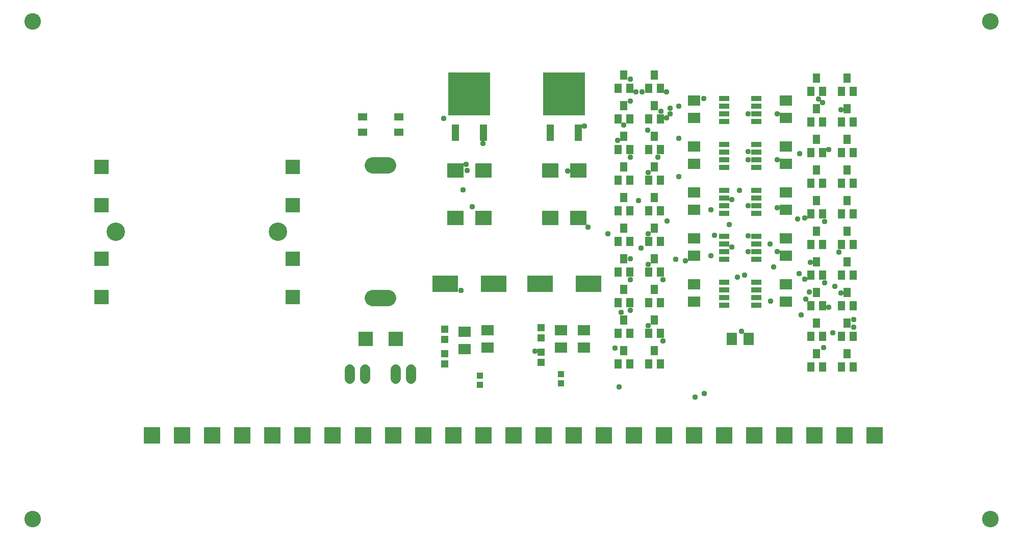
<source format=gbr>
G04 EAGLE Gerber RS-274X export*
G75*
%MOMM*%
%FSLAX34Y34*%
%LPD*%
%INSoldermask Top*%
%IPPOS*%
%AMOC8*
5,1,8,0,0,1.08239X$1,22.5*%
G01*
%ADD10C,2.743200*%
%ADD11R,2.387600X2.387600*%
%ADD12C,3.048000*%
%ADD13R,1.503200X1.203200*%
%ADD14R,4.203200X2.703200*%
%ADD15R,1.143000X2.692400*%
%ADD16R,6.985000X7.137400*%
%ADD17R,1.203200X1.303200*%
%ADD18R,2.006200X1.803200*%
%ADD19R,1.003200X1.003200*%
%ADD20R,2.703200X2.403200*%
%ADD21C,2.743200*%
%ADD22R,1.703200X0.853200*%
%ADD23R,1.803200X2.006200*%
%ADD24R,2.743200X2.743200*%
%ADD25R,1.203200X1.603200*%
%ADD26C,1.727200*%
%ADD27C,0.959600*%


D10*
X31750Y857250D03*
X31750Y31750D03*
X1621790Y31750D03*
X1621790Y857250D03*
D11*
X146050Y615950D03*
X463550Y615950D03*
X146050Y552450D03*
X463550Y552450D03*
X146050Y463550D03*
X463550Y463550D03*
X463550Y400050D03*
X146050Y400050D03*
D12*
X170180Y508000D03*
X439420Y508000D03*
D13*
X639600Y673100D03*
X639600Y698500D03*
X579600Y698500D03*
X579600Y673100D03*
D14*
X954400Y421640D03*
X874400Y421640D03*
X796920Y421640D03*
X716920Y421640D03*
D15*
X891500Y672465D03*
D16*
X914400Y736600D03*
D15*
X937300Y672465D03*
X734020Y672465D03*
D16*
X756920Y736600D03*
D15*
X779820Y672465D03*
D17*
X716280Y288680D03*
X716280Y305680D03*
X876300Y331860D03*
X876300Y348860D03*
X876300Y291220D03*
X876300Y308220D03*
D18*
X909320Y315980D03*
X909320Y344420D03*
X749300Y313440D03*
X749300Y341880D03*
D19*
X909320Y271660D03*
X909320Y256660D03*
D20*
X890900Y609600D03*
X937900Y609600D03*
X733420Y609600D03*
X780420Y609600D03*
X890900Y530860D03*
X937900Y530860D03*
X733420Y530860D03*
X780420Y530860D03*
D19*
X774700Y269120D03*
X774700Y254120D03*
D21*
X622300Y617982D02*
X596900Y617982D01*
X596900Y398018D02*
X622300Y398018D01*
D11*
X584600Y330200D03*
X634600Y330200D03*
D18*
X1130300Y725420D03*
X1130300Y696980D03*
D22*
X1179500Y729200D03*
X1179500Y716500D03*
X1179500Y703800D03*
X1179500Y691100D03*
X1233500Y729200D03*
X1233500Y716500D03*
X1233500Y703800D03*
X1233500Y691100D03*
D18*
X1282700Y725420D03*
X1282700Y696980D03*
D23*
X1192280Y330200D03*
X1220720Y330200D03*
D18*
X1130300Y573020D03*
X1130300Y544580D03*
D22*
X1179500Y576800D03*
X1179500Y564100D03*
X1179500Y551400D03*
X1179500Y538700D03*
X1233500Y576800D03*
X1233500Y564100D03*
X1233500Y551400D03*
X1233500Y538700D03*
D18*
X1282700Y573020D03*
X1282700Y544580D03*
X1130300Y420620D03*
X1130300Y392180D03*
D22*
X1179500Y424400D03*
X1179500Y411700D03*
X1179500Y399000D03*
X1179500Y386300D03*
X1233500Y424400D03*
X1233500Y411700D03*
X1233500Y399000D03*
X1233500Y386300D03*
D18*
X1282700Y420620D03*
X1282700Y392180D03*
X1130300Y649220D03*
X1130300Y620780D03*
D22*
X1179500Y653000D03*
X1179500Y640300D03*
X1179500Y627600D03*
X1179500Y614900D03*
X1233500Y653000D03*
X1233500Y640300D03*
X1233500Y627600D03*
X1233500Y614900D03*
D18*
X1282700Y649220D03*
X1282700Y620780D03*
X1130300Y496820D03*
X1130300Y468380D03*
D22*
X1179500Y500600D03*
X1179500Y487900D03*
X1179500Y475200D03*
X1179500Y462500D03*
X1233500Y500600D03*
X1233500Y487900D03*
X1233500Y475200D03*
X1233500Y462500D03*
D18*
X1282700Y496820D03*
X1282700Y468380D03*
D24*
X1430000Y170000D03*
X230000Y170000D03*
X280000Y170000D03*
X330000Y170000D03*
X380000Y170000D03*
X430000Y170000D03*
X480000Y170000D03*
X530000Y170000D03*
X580000Y170000D03*
X630000Y170000D03*
X680000Y170000D03*
X730000Y170000D03*
X780000Y170000D03*
X830000Y170000D03*
X880000Y170000D03*
X930000Y170000D03*
X980000Y170000D03*
X1030000Y170000D03*
X1080000Y170000D03*
X1130000Y170000D03*
X1180000Y170000D03*
X1230000Y170000D03*
X1280000Y170000D03*
X1330000Y170000D03*
X1380000Y170000D03*
D17*
X716280Y329320D03*
X716280Y346320D03*
D25*
X1013460Y361520D03*
X1022960Y339520D03*
X1003960Y339520D03*
X1013460Y310720D03*
X1022960Y288720D03*
X1003960Y288720D03*
X1064260Y767920D03*
X1073760Y745920D03*
X1054760Y745920D03*
X1064260Y717120D03*
X1073760Y695120D03*
X1054760Y695120D03*
X1013460Y767920D03*
X1022960Y745920D03*
X1003960Y745920D03*
X1013460Y717120D03*
X1022960Y695120D03*
X1003960Y695120D03*
X1013460Y666320D03*
X1022960Y644320D03*
X1003960Y644320D03*
X1013460Y615520D03*
X1022960Y593520D03*
X1003960Y593520D03*
X1064260Y666320D03*
X1073760Y644320D03*
X1054760Y644320D03*
X1064260Y615520D03*
X1073760Y593520D03*
X1054760Y593520D03*
X1064260Y564720D03*
X1073760Y542720D03*
X1054760Y542720D03*
X1064260Y513920D03*
X1073760Y491920D03*
X1054760Y491920D03*
X1384300Y712040D03*
X1393800Y690040D03*
X1374800Y690040D03*
X1384300Y762840D03*
X1393800Y740840D03*
X1374800Y740840D03*
X1333500Y305640D03*
X1343000Y283640D03*
X1324000Y283640D03*
X1333500Y356440D03*
X1343000Y334440D03*
X1324000Y334440D03*
X1333500Y559640D03*
X1343000Y537640D03*
X1324000Y537640D03*
X1333500Y508840D03*
X1343000Y486840D03*
X1324000Y486840D03*
X1333500Y458040D03*
X1343000Y436040D03*
X1324000Y436040D03*
X1333500Y407240D03*
X1343000Y385240D03*
X1324000Y385240D03*
X1384300Y305640D03*
X1393800Y283640D03*
X1374800Y283640D03*
X1384300Y356440D03*
X1393800Y334440D03*
X1374800Y334440D03*
X1384300Y407240D03*
X1393800Y385240D03*
X1374800Y385240D03*
X1384300Y458040D03*
X1393800Y436040D03*
X1374800Y436040D03*
X1064260Y463120D03*
X1073760Y441120D03*
X1054760Y441120D03*
X1064260Y412320D03*
X1073760Y390320D03*
X1054760Y390320D03*
X1064260Y361520D03*
X1073760Y339520D03*
X1054760Y339520D03*
X1064260Y310720D03*
X1073760Y288720D03*
X1054760Y288720D03*
X1333500Y762840D03*
X1343000Y740840D03*
X1324000Y740840D03*
X1333500Y712040D03*
X1343000Y690040D03*
X1324000Y690040D03*
X1333500Y661240D03*
X1343000Y639240D03*
X1324000Y639240D03*
X1333500Y610440D03*
X1343000Y588440D03*
X1324000Y588440D03*
X1013460Y412320D03*
X1022960Y390320D03*
X1003960Y390320D03*
X1013460Y463120D03*
X1022960Y441120D03*
X1003960Y441120D03*
X1013460Y564720D03*
X1022960Y542720D03*
X1003960Y542720D03*
X1013460Y513920D03*
X1022960Y491920D03*
X1003960Y491920D03*
X1384300Y508840D03*
X1393800Y486840D03*
X1374800Y486840D03*
X1384300Y559640D03*
X1393800Y537640D03*
X1374800Y537640D03*
X1384300Y610440D03*
X1393800Y588440D03*
X1374800Y588440D03*
X1384300Y661240D03*
X1393800Y639240D03*
X1374800Y639240D03*
D26*
X558800Y279400D02*
X558800Y264160D01*
X584200Y264160D02*
X584200Y279400D01*
X635000Y279400D02*
X635000Y264160D01*
X660400Y264160D02*
X660400Y279400D01*
D18*
X787400Y315980D03*
X787400Y344420D03*
X947420Y315980D03*
X947420Y344420D03*
D27*
X1104900Y662940D03*
X1104900Y716280D03*
X1104900Y599440D03*
X1099820Y462280D03*
X1262380Y449580D03*
X1305560Y637540D03*
X919734Y608838D03*
X761238Y549402D03*
X779526Y654558D03*
X751332Y619506D03*
X745998Y577596D03*
X1163574Y502158D03*
X954024Y515874D03*
X865632Y310134D03*
X742950Y410718D03*
X752856Y609600D03*
X713994Y696468D03*
X1024128Y377952D03*
X1033272Y739902D03*
X1146048Y729234D03*
X1084326Y697230D03*
X1013460Y685038D03*
X1084326Y739902D03*
X1053084Y676656D03*
X1219962Y704088D03*
X1267968Y704088D03*
X1090422Y713232D03*
X1373886Y710184D03*
X1078230Y428244D03*
X1346454Y525018D03*
X1205484Y576834D03*
X1301496Y529590D03*
X1192530Y561594D03*
X1157478Y544830D03*
X1078230Y326898D03*
X1346454Y423672D03*
X1219962Y501396D03*
X1219962Y551688D03*
X1267968Y547878D03*
X1115568Y460248D03*
X1201674Y432816D03*
X1304544Y438912D03*
X1322832Y457200D03*
X1370076Y473964D03*
X1208532Y342900D03*
X1363218Y417576D03*
X1315212Y396240D03*
X1395222Y349758D03*
X1037844Y560070D03*
X1069848Y631698D03*
X1219962Y640842D03*
X1085088Y525780D03*
X1219962Y627888D03*
X1267968Y627888D03*
X1053846Y504444D03*
X1256538Y393192D03*
X1213866Y435864D03*
X1343406Y722376D03*
X1307592Y370332D03*
X1157478Y468630D03*
X1192530Y483108D03*
X1255776Y487680D03*
X1188720Y519684D03*
X1353312Y644652D03*
X1219962Y475488D03*
X1267968Y475488D03*
X998982Y315468D03*
X1090422Y704088D03*
X1353312Y382524D03*
X1146810Y240030D03*
X1321308Y408432D03*
X1131570Y233934D03*
X1373886Y406908D03*
X1395222Y362712D03*
X1360170Y340614D03*
X1053846Y606552D03*
X986790Y504444D03*
X1005078Y250698D03*
X1041654Y480822D03*
X947928Y683514D03*
X1008888Y374142D03*
X1043940Y739902D03*
X1075182Y707898D03*
X1024128Y724662D03*
X1024128Y761238D03*
X1024128Y631698D03*
X1002792Y659892D03*
X1336548Y728472D03*
X1344930Y316230D03*
X1053846Y454152D03*
X1313688Y531114D03*
X1053846Y352044D03*
X1313688Y429768D03*
X1024128Y428244D03*
X1024128Y463296D03*
M02*

</source>
